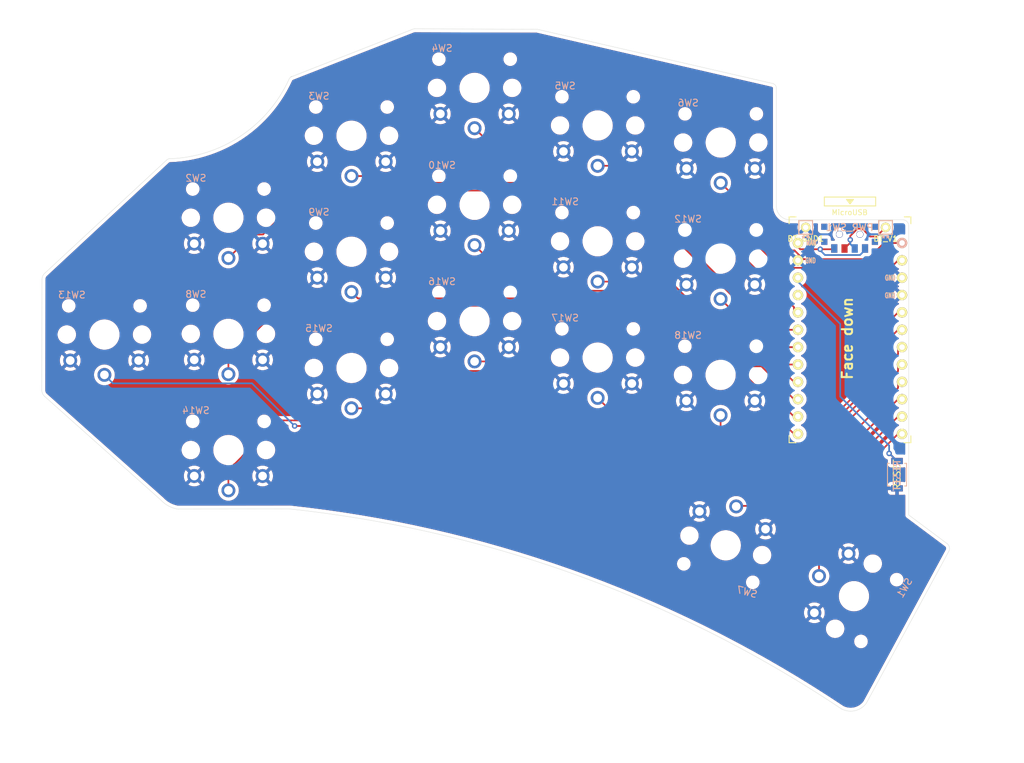
<source format=kicad_pcb>
(kicad_pcb (version 20211014) (generator pcbnew)
  (layers (0 "F.Cu" signal) (31 "B.Cu" signal) (34 "B.Paste" user) (35 "F.Paste" user) (36 "B.SilkS" user "B.Silkscreen") (37 "F.SilkS" user "F.Silkscreen") (38 "B.Mask" user) (39 "F.Mask" user) (44 "Edge.Cuts" user))
  (net 0 "")
  (net 1 "Net-(BT_V1-Pad1)")
  (net 2 "Net-(RSW1-Pad1)")
  (net 3 "GND")
  (net 4 "switch1")
  (net 5 "switch6")
  (net 6 "switch11")
  (net 7 "switch16")
  (net 8 "switch2")
  (net 9 "switch7")
  (net 10 "switch12")
  (net 11 "switch17")
  (net 12 "switch3")
  (net 13 "switch8")
  (net 14 "switch13")
  (net 15 "switch18")
  (net 16 "switch4")
  (net 17 "switch9")
  (net 18 "switch14")
  (net 19 "switch5")
  (net 20 "switch10")
  (net 21 "switch15")
  (net 22 "VCC")
  (net 23 "Net-(PWR_SW1-Pad3)")
  (footprint "kbd:ProMicro_v3_min" (layer "F.Cu") (at 138.701158 67.194)
    (fp_text reference "U1" hide)
    (fp_text value "ProMicro" hide)
    (fp_text user "RAW" (at -5.64 -14.52 unlocked) (layer "B.SilkS") (effects (font (size 0.75 0.5) (thickness 0.125)) (justify mirror)))
    (fp_text user "GND" (at -5.77 -11.88) (layer "B.SilkS") (effects (font (size 0.75 0.5) (thickness 0.125)) (justify mirror)))
    (fp_text user "" (at -1.2065 -16.256) (layer "B.SilkS") (effects (justify mirror)))
    (fp_text user "GND" (at 5.88 -9.35) (layer "B.SilkS") (effects (font (size 0.75 0.5) (thickness 0.125)) (justify mirror)))
    (fp_text user "GND" (at 5.86 -6.77) (layer "B.SilkS") (effects (font (size 0.75 0.5) (thickness 0.125)) (justify mirror)))
    (fp_text user "GND" (at -5.77 -11.91) (layer "F.SilkS") (effects (font (size 0.75 0.5) (thickness 0.125))))
    (fp_text user "GND" (at 5.86 -6.8) (layer "F.SilkS") (effects (font (size 0.75 0.5) (thickness 0.125))))
    (fp_text user "" (at -0.5 -17.25) (layer "F.SilkS"))
    (fp_text user "GND" (at 5.88 -9.38) (layer "F.SilkS") (effects (font (size 0.75 0.5) (thickness 0.125))))
    (fp_text user "MicroUSB" (at -0.05 -18.95) (layer "F.SilkS") (effects (font (size 0.75 0.75) (thickness 0.12))))
    (fp_text user "RAW" (at -5.646009 -14.477575) (layer "F.SilkS") (effects (font (size 0.75 0.5) (thickness 0.125))))
    (fp_line (start 8.9 14.75) (end 7.89 14.75) (layer "F.SilkS") (width 0.15))
    (fp_line (start 0.5 -20.85) (end 0 -20.2) (layer "F.SilkS") (width 0.15))
    (fp_line (start -8.9 14.75) (end -7.9 14.75) (layer "F.SilkS") (width 0.15))
    (fp_line (start -8.9 -18.3) (end -7.9 -18.3) (layer "F.SilkS") (width 0.15))
    (fp_line (start 3.75 -21.2) (end -3.75 -21.2) (layer "F.SilkS") (width 0.15))
    (fp_line (start -0.15 -20.4) (end 0.15 -20.4) (layer "F.SilkS") (width 0.15))
    (fp_line (start -0.5 -20.85) (end 0.5 -20.85) (layer "F.SilkS") (width 0.15))
    (fp_line (start 8.9 -18.3) (end 8.9 -17.3) (layer "F.SilkS") (width 0.15))
    (fp_line (start 3.75 -19.9) (end 3.75 -21.2) (layer "F.SilkS") (width 0.15))
    (fp_line (start 0 -20.2) (end -0.5 -20.85) (layer "F.SilkS") (width 0.15))
    (fp_line (start -8.9 13.7) (end -8.9 14.75) (layer "F.SilkS") (width 0.15))
    (fp_line (start -3.75 -19.9) (end 3.75 -19.9) (layer "F.SilkS") (width 0.15))
    (fp_line (start -0.25 -20.55) (end 0.25 -20.55) (layer "F.SilkS") (width 0.15))
    (fp_line (start 8.9 13.75) (end 8.9 14.75) (layer "F.SilkS") (width 0.15))
    (fp_line (start 8.9 -18.3) (end 7.95 -18.3) (layer "F.SilkS") (width 0.15))
    (fp_line (start -8.9 -18.3) (end -8.9 -17.3) (layer "F.SilkS") (width 0.15))
    (fp_line (start -0.35 -20.7) (end 0.35 -20.7) (layer "F.SilkS") (width 0.15))
    (fp_line (start -3.75 -21.2) (end -3.75 -19.9) (layer "F.SilkS") (width 0.15))
    (pad "1" thru_hole circle locked (at 7.6114 -14.478) (size 1.524 1.524) (drill 0.8128) (layers *.Cu *.SilkS *.Mask) (net 5 "switch6"))
    (pad "2" thru_hole circle locked (at 7.6114 -11.938) (size 1.524 1.524) (drill 0.8128) (layers *.Cu "F.SilkS" "B.Mask") (net 19 "switch5"))
    (pad "3" thru_hole circle locked (at 7.6114 -9.398) (size 1.524 1.524) (drill 0.8128) (layers *.Cu "F.SilkS" "B.Mask") (net 3 "GND"))
    (pad "4" thru_hole circle locked (at 7.6114 -6.858) (size 1.524 1.524) (drill 0.8128) (layers *.Cu "F.SilkS" "B.Mask") (net 3 "GND"))
    (pad "5" thru_hole circle locked (at 7.6114 -4.318) (size 1.524 1.524) (drill 0.8128) (layers *.Cu "F.SilkS" "B.Mask") (net 15 "switch18"))
    (pad "6" thru_hole circle locked (at 7.6114 -1.778) (size 1.524 1.524) (drill 0.8128) (layers *.Cu "F.SilkS" "B.Mask") (net 11 "switch17"))
    (pad "7" thru_hole circle locked (at 7.6114 0.762) (size 1.524 1.524) (drill 0.8128) (layers *.Cu "F.SilkS" "B.Mask") (net 7 "switch16"))
    (pad "8" thru_hole circle locked (at 7.6114 3.302) (size 1.524 1.524) (drill 0.8128) (layers *.Cu "F.SilkS" "B.Mask") (net 21 "switch15"))
    (pad "9" thru_hole circle locked (at 7.6114 5.842) (size 1.524 1.524) (drill 0.8128) (layers *.Cu "F.SilkS" "B.Mask") (net 18 "switch14"))
    (pad "10" thru_hole circle locked (at 7.6114 8.382) (size 1.524 1.524) (drill 0.8128) (layers *.Cu "F.SilkS" "B.Mask") (net 14 "switch13"))
    (pad "11" thru_hole circle locked (at 7.6114 10.922) (size 1.524 1.524) (drill 0.8128) (layers *.Cu "F.SilkS" "B.Mask") (net 9 "switch7"))
    (pad "12" thru_hole circle locked (at 7.6114 13.462) (size 1.524 1.524) (drill 0.8128) (layers *.Cu "F.SilkS" "B.Mask") (net 4 "switch1"))
    (pad "13" thru_hole circle locked (at -7.6086 13.462) (size 1.524 1.524) (drill 0.8128) (layers *.Cu "F.SilkS" "B.Mask") (net 13 "switch8"))
    (pad "14" thru_hole circle locked (at -7.6086 10.922) (size 1.524 1.524) (drill 0.8128) (layers *.Cu "F.SilkS" "B.Mask") (net 17 "switch9"))
    (pad "15" thru_hole circle locked (at -7.6086 8.382) (size 1.524 1.524) (drill 0.8128) (layers *.Cu "F.SilkS" "B.Mask") (net 20 "switch10"))
    (pad "16" thru_hole circle locked (at -7.6086 5.842) (size 1.524 1.524) (drill 0.8128) (layers *.Cu "F.SilkS" "B.Mask") (net 6 "switch11"))
    (pad "17" thru_hole circle locked (at -7.6086 3.302) (size 1.524 1.524) (drill 0.8128) (layers *.Cu "F.SilkS" "B.Mask") (net 10 "switch12"))
    (pad "18" thru_hole circle locked (at -7.6086 0.762) (size 1.524 1.524) (drill 0.8128) (layers *.Cu "F.SilkS" "B.Mask") (net 8 "switch2"))
    (pad "19" thru_hole circle locked (at -7.6086 -1.778) (size 1.524 1.524) (drill 0.8128) (layers *.Cu "F.SilkS" "B.Mask") (net 12 "switch3"))
    (pad "20" thru_hole circle locked (at -7.6086 -4.318) (size 1.524 1.524) (drill 0.8128) (layers *.Cu "F.SilkS" "B.Mask") (net 16 "switch4"))
    (pad "21" thru_hole circle locked (at -7.6086 -6.858) (size 1.524 1.524) (drill 0.8128) (layers *.Cu "F.SilkS" "B.Mask") (net 22 "VCC"))
    (pad "22" thru_hole circle locked (at -7.6086 -9.398) (size 1.524 1.524) (drill 0.8128) (layers *.Cu "F.SilkS" "B.Mask") (net 2 "Net-(RSW1-Pad1)"))
    (pad "23" thru_hole circle locked (at -7.6086 -11.938) (size 1.524 1.524) (drill 0.8128) (layers *.Cu "F.SilkS" "B.Mask") (net 3 "GND"))
    (pad "24" thru_hole circle locked (at -7.6086 -14.478) (size 1.524 1.524) (drill 0.8128) (layers *.Cu "F.SilkS" "B.Mask") (net 23 "Net-(PWR_SW1-Pad3)"))
  )
  (footprint "Exkeylibur:choc_switch_reversible" (layer "F.Cu") (at 83.795535 64.151212)
    (fp_text reference "SW16" hide)
    (fp_text value "SW_Push" hide)
    (fp_text user "${REFERENCE}" (at -4.76 -5.8) (layer "B.SilkS") (effects (justify mirror)))
    (pad "" np_thru_hole circle (at 0 0) (size 3.429 3.429) (drill 3.429) (layers *.Cu *.Mask))
    (pad "" np_thru_hole circle (at 5.22 -4.2) (size 0.9906 0.9906) (drill 0.9906) (layers *.Cu *.Mask))
    (pad "" np_thru_hole circle (at 5.5 0) (size 1.7018 1.7018) (drill 1.7018) (layers *.Cu *.Mask))
    (pad "" np_thru_hole circle (at -5.22 -4.2) (size 0.9906 0.9906) (drill 0.9906) (layers *.Cu *.Mask))
    (pad "" np_thru_hole circle (at -5.5 0) (size 1.7018 1.7018) (drill 1.7018) (layers *.Cu *.Mask))
    (pad "1" thru_hole circle (at 0 5.9) (size 2.032 2.032) (drill 1.27) (layers *.Cu *.Mask) (net 7 "switch16"))
    (pad "2" thru_hole circle (at 5 3.8) (size 2.032 2.032) (drill 1.27) (layers *.Cu *.Mask) (net 3 "GND"))
    (pad "2" thru_hole circle (at -5 3.8) (size 2.032 2.032) (drill 1.27) (layers *.Cu *.Mask) (net 3 "GND"))
  )
  (footprint "Exkeylibur:choc_switch_reversible" (layer "F.Cu") (at 120.530425 96.966425 165)
    (fp_text reference "SW7" hide)
    (fp_text value "SW_Push" hide)
    (fp_text user "${REFERENCE}" (at -4.76 -5.8 165) (layer "B.SilkS") (effects (justify mirror)))
    (pad "" np_thru_hole circle (at -5.22 -4.2 165) (size 0.9906 0.9906) (drill 0.9906) (layers *.Cu *.Mask))
    (pad "" np_thru_hole circle (at 0 0 165) (size 3.429 3.429) (drill 3.429) (layers *.Cu *.Mask))
    (pad "" np_thru_hole circle (at -5.5 0 165) (size 1.7018 1.7018) (drill 1.7018) (layers *.Cu *.Mask))
    (pad "" np_thru_hole circle (at 5.5 0 165) (size 1.7018 1.7018) (drill 1.7018) (layers *.Cu *.Mask))
    (pad "" np_thru_hole circle (at 5.22 -4.2 165) (size 0.9906 0.9906) (drill 0.9906) (layers *.Cu *.Mask))
    (pad "1" thru_hole circle (at 0 5.9 165) (size 2.032 2.032) (drill 1.27) (layers *.Cu *.Mask) (net 9 "switch7"))
    (pad "2" thru_hole circle (at -5 3.8 165) (size 2.032 2.032) (drill 1.27) (layers *.Cu *.Mask) (net 3 "GND"))
    (pad "2" thru_hole circle (at 5 3.8 165) (size 2.032 2.032) (drill 1.27) (layers *.Cu *.Mask) (net 3 "GND"))
  )
  (footprint "Exkeylibur:choc_switch_reversible" (layer "F.Cu") (at 65.795535 71.009212)
    (fp_text reference "SW15" hide)
    (fp_text value "SW_Push" hide)
    (fp_text user "${REFERENCE}" (at -4.76 -5.8) (layer "B.SilkS") (effects (justify mirror)))
    (pad "" np_thru_hole circle (at 5.22 -4.2) (size 0.9906 0.9906) (drill 0.9906) (layers *.Cu *.Mask))
    (pad "" np_thru_hole circle (at -5.22 -4.2) (size 0.9906 0.9906) (drill 0.9906) (layers *.Cu *.Mask))
    (pad "" np_thru_hole circle (at 0 0) (size 3.429 3.429) (drill 3.429) (layers *.Cu *.Mask))
    (pad "" np_thru_hole circle (at -5.5 0) (size 1.7018 1.7018) (drill 1.7018) (layers *.Cu *.Mask))
    (pad "" np_thru_hole circle (at 5.5 0) (size 1.7018 1.7018) (drill 1.7018) (layers *.Cu *.Mask))
    (pad "1" thru_hole circle (at 0 5.9) (size 2.032 2.032) (drill 1.27) (layers *.Cu *.Mask) (net 21 "switch15"))
    (pad "2" thru_hole circle (at 5 3.8) (size 2.032 2.032) (drill 1.27) (layers *.Cu *.Mask) (net 3 "GND"))
    (pad "2" thru_hole circle (at -5 3.8) (size 2.032 2.032) (drill 1.27) (layers *.Cu *.Mask) (net 3 "GND"))
  )
  (footprint "Exkeylibur:choc_switch_reversible" (layer "F.Cu") (at 29.660425 66.116425)
    (fp_text reference "SW13" hide)
    (fp_text value "SW_Push" hide)
    (fp_text user "${REFERENCE}" (at -4.76 -5.8) (layer "B.SilkS") (effects (justify mirror)))
    (pad "" np_thru_hole circle (at -5.22 -4.2) (size 0.9906 0.9906) (drill 0.9906) (layers *.Cu *.Mask))
    (pad "" np_thru_hole circle (at 5.5 0) (size 1.7018 1.7018) (drill 1.7018) (layers *.Cu *.Mask))
    (pad "" np_thru_hole circle (at 5.22 -4.2) (size 0.9906 0.9906) (drill 0.9906) (layers *.Cu *.Mask))
    (pad "" np_thru_hole circle (at -5.5 0) (size 1.7018 1.7018) (drill 1.7018) (layers *.Cu *.Mask))
    (pad "" np_thru_hole circle (at 0 0) (size 3.429 3.429) (drill 3.429) (layers *.Cu *.Mask))
    (pad "1" thru_hole circle (at 0 5.9) (size 2.032 2.032) (drill 1.27) (layers *.Cu *.Mask) (net 14 "switch13"))
    (pad "2" thru_hole circle (at -5 3.8) (size 2.032 2.032) (drill 1.27) (layers *.Cu *.Mask) (net 3 "GND"))
    (pad "2" thru_hole circle (at 5 3.8) (size 2.032 2.032) (drill 1.27) (layers *.Cu *.Mask) (net 3 "GND"))
  )
  (footprint "Exkeylibur:choc_switch_reversible" (layer "F.Cu") (at 101.795535 69.485212)
    (fp_text reference "SW17" hide)
    (fp_text value "SW_Push" hide)
    (fp_text user "${REFERENCE}" (at -4.76 -5.8) (layer "B.SilkS") (effects (justify mirror)))
    (pad "" np_thru_hole circle (at -5.5 0) (size 1.7018 1.7018) (drill 1.7018) (layers *.Cu *.Mask))
    (pad "" np_thru_hole circle (at -5.22 -4.2) (size 0.9906 0.9906) (drill 0.9906) (layers *.Cu *.Mask))
    (pad "" np_thru_hole circle (at 0 0) (size 3.429 3.429) (drill 3.429) (layers *.Cu *.Mask))
    (pad "" np_thru_hole circle (at 5.5 0) (size 1.7018 1.7018) (drill 1.7018) (layers *.Cu *.Mask))
    (pad "" np_thru_hole circle (at 5.22 -4.2) (size 0.9906 0.9906) (drill 0.9906) (layers *.Cu *.Mask))
    (pad "1" thru_hole circle (at 0 5.9) (size 2.032 2.032) (drill 1.27) (layers *.Cu *.Mask) (net 11 "switch17"))
    (pad "2" thru_hole circle (at -5 3.8) (size 2.032 2.032) (drill 1.27) (layers *.Cu *.Mask) (net 3 "GND"))
    (pad "2" thru_hole circle (at 5 3.8) (size 2.032 2.032) (drill 1.27) (layers *.Cu *.Mask) (net 3 "GND"))
  )
  (footprint "Exkeylibur:choc_switch_reversible" (layer "F.Cu") (at 119.775535 72.025212)
    (fp_text reference "SW18" hide)
    (fp_text value "SW_Push" hide)
    (fp_text user "${REFERENCE}" (at -4.76 -5.8) (layer "B.SilkS") (effects (justify mirror)))
    (pad "" np_thru_hole circle (at 0 0) (size 3.429 3.429) (drill 3.429) (layers *.Cu *.Mask))
    (pad "" np_thru_hole circle (at 5.22 -4.2) (size 0.9906 0.9906) (drill 0.9906) (layers *.Cu *.Mask))
    (pad "" np_thru_hole circle (at -5.5 0) (size 1.7018 1.7018) (drill 1.7018) (layers *.Cu *.Mask))
    (pad "" np_thru_hole circle (at 5.5 0) (size 1.7018 1.7018) (drill 1.7018) (layers *.Cu *.Mask))
    (pad "" np_thru_hole circle (at -5.22 -4.2) (size 0.9906 0.9906) (drill 0.9906) (layers *.Cu *.Mask))
    (pad "1" thru_hole circle (at 0 5.9) (size 2.032 2.032) (drill 1.27) (layers *.Cu *.Mask) (net 15 "switch18"))
    (pad "2" thru_hole circle (at -5 3.8) (size 2.032 2.032) (drill 1.27) (layers *.Cu *.Mask) (net 3 "GND"))
    (pad "2" thru_hole circle (at 5 3.8) (size 2.032 2.032) (drill 1.27) (layers *.Cu *.Mask) (net 3 "GND"))
  )
  (footprint "Exkeylibur:choc_switch_reversible" (layer "F.Cu") (at 83.795535 30.017212)
    (fp_text reference "SW4" hide)
    (fp_text value "SW_Push" hide)
    (fp_text user "${REFERENCE}" (at -4.76 -5.8) (layer "B.SilkS") (effects (justify mirror)))
    (pad "" np_thru_hole circle (at 0 0) (size 3.429 3.429) (drill 3.429) (layers *.Cu *.Mask))
    (pad "" np_thru_hole circle (at -5.22 -4.2) (size 0.9906 0.9906) (drill 0.9906) (layers *.Cu *.Mask))
    (pad "" np_thru_hole circle (at 5.5 0) (size 1.7018 1.7018) (drill 1.7018) (layers *.Cu *.Mask))
    (pad "" np_thru_hole circle (at -5.5 0) (size 1.7018 1.7018) (drill 1.7018) (layers *.Cu *.Mask))
    (pad "" np_thru_hole circle (at 5.22 -4.2) (size 0.9906 0.9906) (drill 0.9906) (layers *.Cu *.Mask))
    (pad "1" thru_hole circle (at 0 5.9) (size 2.032 2.032) (drill 1.27) (layers *.Cu *.Mask) (net 16 "switch4"))
    (pad "2" thru_hole circle (at 5 3.8) (size 2.032 2.032) (drill 1.27) (layers *.Cu *.Mask) (net 3 "GND"))
    (pad "2" thru_hole circle (at -5 3.8) (size 2.032 2.032) (drill 1.27) (layers *.Cu *.Mask) (net 3 "GND"))
  )
  (footprint "Exkeylibur:choc_switch_reversible" (layer "F.Cu") (at 65.795535 37.017212)
    (fp_text reference "SW3" hide)
    (fp_text value "SW_Push" hide)
    (fp_text user "${REFERENCE}" (at -4.76 -5.8) (layer "B.SilkS") (effects (justify mirror)))
    (pad "" np_thru_hole circle (at -5.22 -4.2) (size 0.9906 0.9906) (drill 0.9906) (layers *.Cu *.Mask))
    (pad "" np_thru_hole circle (at 5.22 -4.2) (size 0.9906 0.9906) (drill 0.9906) (layers *.Cu *.Mask))
    (pad "" np_thru_hole circle (at 5.5 0) (size 1.7018 1.7018) (drill 1.7018) (layers *.Cu *.Mask))
    (pad "" np_thru_hole circle (at 0 0) (size 3.429 3.429) (drill 3.429) (layers *.Cu *.Mask))
    (pad "" np_thru_hole circle (at -5.5 0) (size 1.7018 1.7018) (drill 1.7018) (layers *.Cu *.Mask))
    (pad "1" thru_hole circle (at 0 5.9) (size 2.032 2.032) (drill 1.27) (layers *.Cu *.Mask) (net 12 "switch3"))
    (pad "2" thru_hole circle (at 5 3.8) (size 2.032 2.032) (drill 1.27) (layers *.Cu *.Mask) (net 3 "GND"))
    (pad "2" thru_hole circle (at -5 3.8) (size 2.032 2.032) (drill 1.27) (layers *.Cu *.Mask) (net 3 "GND"))
  )
  (footprint "Exkeylibur:choc_switch_reversible" (layer "F.Cu") (at 65.795535 53.991212)
    (fp_text reference "SW9" hide)
    (fp_text value "SW_Push" hide)
    (fp_text user "${REFERENCE}" (at -4.76 -5.8) (layer "B.SilkS") (effects (justify mirror)))
    (pad "" np_thru_hole circle (at 0 0) (size 3.429 3.429) (drill 3.429) (layers *.Cu *.Mask))
    (pad "" np_thru_hole circle (at 5.22 -4.2) (size 0.9906 0.9906) (drill 0.9906) (layers *.Cu *.Mask))
    (pad "" np_thru_hole circle (at 5.5 0) (size 1.7018 1.7018) (drill 1.7018) (layers *.Cu *.Mask))
    (pad "" np_thru_hole circle (at -5.5 0) (size 1.7018 1.7018) (drill 1.7018) (layers *.Cu *.Mask))
    (pad "" np_thru_hole circle (at -5.22 -4.2) (size 0.9906 0.9906) (drill 0.9906) (layers *.Cu *.Mask))
    (pad "1" thru_hole circle (at 0 5.9) (size 2.032 2.032) (drill 1.27) (layers *.Cu *.Mask) (net 17 "switch9"))
    (pad "2" thru_hole circle (at -5 3.8) (size 2.032 2.032) (drill 1.27) (layers *.Cu *.Mask) (net 3 "GND"))
    (pad "2" thru_hole circle (at 5 3.8) (size 2.032 2.032) (drill 1.27) (layers *.Cu *.Mask) (net 3 "GND"))
  )
  (footprint "Exkeylibur:choc_switch_reversible" (layer "F.Cu") (at 47.795535 83.017212)
    (fp_text reference "SW14" hide)
    (fp_text value "SW_Push" hide)
    (fp_text user "${REFERENCE}" (at -4.76 -5.8) (layer "B.SilkS") (effects (justify mirror)))
    (pad "" np_thru_hole circle (at 0 0) (size 3.429 3.429) (drill 3.429) (layers *.Cu *.Mask))
    (pad "" np_thru_hole circle (at 5.5 0) (size 1.7018 1.7018) (drill 1.7018) (layers *.Cu *.Mask))
    (pad "" np_thru_hole circle (at -5.5 0) (size 1.7018 1.7018) (drill 1.7018) (layers *.Cu *.Mask))
    (pad "" np_thru_hole circle (at -5.22 -4.2) (size 0.9906 0.9906) (drill 0.9906) (layers *.Cu *.Mask))
    (pad "" np_thru_hole circle (at 5.22 -4.2) (size 0.9906 0.9906) (drill 0.9906) (layers *.Cu *.Mask))
    (pad "1" thru_hole circle (at 0 5.9) (size 2.032 2.032) (drill 1.27) (layers *.Cu *.Mask) (net 18 "switch14"))
    (pad "2" thru_hole circle (at 5 3.8) (size 2.032 2.032) (drill 1.27) (layers *.Cu *.Mask) (net 3 "GND"))
    (pad "2" thru_hole circle (at -5 3.8) (size 2.032 2.032) (drill 1.27) (layers *.Cu *.Mask) (net 3 "GND"))
  )
  (footprint "Exkeylibur:choc_switch_reversible" (layer "F.Cu") (at 119.775535 55.007212)
    (fp_text reference "SW12" hide)
    (fp_text value "SW_Push" hide)
    (fp_text user "${REFERENCE}" (at -4.76 -5.8) (layer "B.SilkS") (effects (justify mirror)))
    (pad "" np_thru_hole circle (at 0 0) (size 3.429 3.429) (drill 3.429) (layers *.Cu *.Mask))
    (pad "" np_thru_hole circle (at 5.5 0) (size 1.7018 1.7018) (drill 1.7018) (layers *.Cu *.Mask))
    (pad "" np_thru_hole circle (at -5.5 0) (size 1.7018 1.7018) (drill 1.7018) (layers *.Cu *.Mask))
    (pad "" np_thru_hole circle (at 5.22 -4.2) (size 0.9906 0.9906) (drill 0.9906) (layers *.Cu *.Mask))
    (pad "" np_thru_hole circle (at -5.22 -4.2) (size 0.9906 0.9906) (drill 0.9906) (layers *.Cu *.Mask))
    (pad "1" thru_hole circle (at 0 5.9) (size 2.032 2.032) (drill 1.27) (layers *.Cu *.Mask) (net 10 "switch12"))
    (pad "2" thru_hole circle (at 5 3.8) (size 2.032 2.032) (drill 1.27) (layers *.Cu *.Mask) (net 3 "GND"))
    (pad "2" thru_hole circle (at -5 3.8) (size 2.032 2.032) (drill 1.27) (layers *.Cu *.Mask) (net 3 "GND"))
  )
  (footprint "Exkeylibur:choc_switch_reversible" (layer "F.Cu") (at 101.795535 52.467212)
    (fp_text reference "SW11" hide)
    (fp_text value "SW_Push" hide)
    (fp_text user "${REFERENCE}" (at -4.76 -5.8) (layer "B.SilkS") (effects (justify mirror)))
    (pad "" np_thru_hole circle (at -5.5 0) (size 1.7018 1.7018) (drill 1.7018) (layers *.Cu *.Mask))
    (pad "" np_thru_hole circle (at 0 0) (size 3.429 3.429) (drill 3.429) (layers *.Cu *.Mask))
    (pad "" np_thru_hole circle (at 5.22 -4.2) (size 0.9906 0.9906) (drill 0.9906) (layers *.Cu *.Mask))
    (pad "" np_thru_hole circle (at -5.22 -4.2) (size 0.9906 0.9906) (drill 0.9906) (layers *.Cu *.Mask))
    (pad "" np_thru_hole circle (at 5.5 0) (size 1.7018 1.7018) (drill 1.7018) (layers *.Cu *.Mask))
    (pad "1" thru_hole circle (at 0 5.9) (size 2.032 2.032) (drill 1.27) (layers *.Cu *.Mask) (net 6 "switch11"))
    (pad "2" thru_hole circle (at -5 3.8) (size 2.032 2.032) (drill 1.27) (layers *.Cu *.Mask) (net 3 "GND"))
    (pad "2" thru_hole circle (at 5 3.8) (size 2.032 2.032) (drill 1.27) (layers *.Cu *.Mask) (net 3 "GND"))
  )
  (footprint "Exkeylibur:choc_switch_reversible" (layer "F.Cu") (at 47.795535 66.017212)
    (fp_text reference "SW8" hide)
    (fp_text value "SW_Push" hide)
    (fp_text user "${REFERENCE}" (at -4.76 -5.8) (layer "B.SilkS") (effects (justify mirror)))
    (pad "" np_thru_hole circle (at -5.5 0) (size 1.7018 1.7018) (drill 1.7018) (layers *.Cu *.Mask))
    (pad "" np_thru_hole circle (at -5.22 -4.2) (size 0.9906 0.9906) (drill 0.9906) (layers *.Cu *.Mask))
    (pad "" np_thru_hole circle (at 5.5 0) (size 1.7018 1.7018) (drill 1.7018) (layers *.Cu *.Mask))
    (pad "" np_thru_hole circle (at 0 0) (size 3.429 3.429) (drill 3.429) (layers *.Cu *.Mask))
    (pad "" np_thru_hole circle (at 5.22 -4.2) (size 0.9906 0.9906) (drill 0.9906) (layers *.Cu *.Mask))
    (pad "1" thru_hole circle (at 0 5.9) (size 2.032 2.032) (drill 1.27) (layers *.Cu *.Mask) (net 13 "switch8"))
    (pad "2" thru_hole circle (at -5 3.8) (size 2.032 2.032) (drill 1.27) (layers *.Cu *.Mask) (net 3 "GND"))
    (pad "2" thru_hole circle (at 5 3.8) (size 2.032 2.032) (drill 1.27) (layers *.Cu *.Mask) (net 3 "GND"))
  )
  (footprint "Exkeylibur:choc_switch_reversible" (layer "F.Cu") (at 119.795535 38.017212)
    (fp_text reference "SW6" hide)
    (fp_text value "SW_Push" hide)
    (fp_text user "${REFERENCE}" (at -4.76 -5.8) (layer "B.SilkS") (effects (justify mirror)))
    (pad "" np_thru_hole circle (at 5.22 -4.2) (size 0.9906 0.9906) (drill 0.9906) (layers *.Cu *.Mask))
    (pad "" np_thru_hole circle (at -5.22 -4.2) (size 0.9906 0.9906) (drill 0.9906) (layers *.Cu *.Mask))
    (pad "" np_thru_hole circle (at 0 0) (size 3.429 3.429) (drill 3.429) (layers *.Cu *.Mask))
    (pad "" np_thru_hole circle (at 5.5 0) (size 1.7018 1.7018) (drill 1.7018) (layers *.Cu *.Mask))
    (pad "" np_thru_hole circle (at -5.5 0) (size 1.7018 1.7018) (drill 1.7018) (layers *.Cu *.Mask))
    (pad "1" thru_hole circle (at 0 5.9) (size 2.032 2.032) (drill 1.27) (layers *.Cu *.Mask) (net 5 "switch6"))
    (pad "2" thru_hole circle (at 5 3.8) (size 2.032 2.032) (drill 1.27) (layers *.Cu *.Mask) (net 3 "GND"))
    (pad "2" thru_hole circle (at -5 3.8) (size 2.032 2.032) (drill 1.27) (layers *.Cu *.Mask) (net 3 "GND"))
  )
  (footprint "Exkeylibur:choc_switch_reversible" (layer "F.Cu") (at 101.795535 35.517212)
    (fp_text reference "SW5" hide)
    (fp_text value "SW_Push" hide)
    (fp_text user "${REFERENCE}" (at -4.76 -5.8) (layer "B.SilkS") (effects (justify mirror)))
    (pad "" np_thru_hole circle (at -5.5 0) (size 1.7018 1.7018) (drill 1.7018) (layers *.Cu *.Mask))
    (pad "" np_thru_hole circle (at 5.22 -4.2) (size 0.9906 0.9906) (drill 0.9906) (layers *.Cu *.Mask))
    (pad "" np_thru_hole circle (at -5.22 -4.2) (size 0.9906 0.9906) (drill 0.9906) (layers *.Cu *.Mask))
    (pad "" np_thru_hole circle (at 5.5 0) (size 1.7018 1.7018) (drill 1.7018) (layers *.Cu *.Mask))
    (pad "" np_thru_hole circle (at 0 0) (size 3.429 3.429) (drill 3.429) (layers *.Cu *.Mask))
    (pad "1" thru_hole circle (at 0 5.9) (size 2.032 2.032) (drill 1.27) (layers *.Cu *.Mask) (net 19 "switch5"))
    (pad "2" thru_hole circle (at -5 3.8) (size 2.032 2.032) (drill 1.27) (layers *.Cu *.Mask) (net 3 "GND"))
    (pad "2" thru_hole circle (at 5 3.8) (size 2.032 2.032) (drill 1.27) (layers *.Cu *.Mask) (net 3 "GND"))
  )
  (footprint "Exkeylibur:choc_switch_reversible" (layer "F.Cu") (at 47.795535 49.017212)
    (fp_text reference "SW2" hide)
    (fp_text value "SW_Push" hide)
    (fp_text user "${REFERENCE}" (at -4.76 -5.8) (layer "B.SilkS") (effects (justify mirror)))
    (pad "" np_thru_hole circle (at 5.5 0) (size 1.7018 1.7018) (drill 1.7018) (layers *.Cu *.Mask))
    (pad "" np_thru_hole circle (at -5.22 -4.2) (size 0.9906 0.9906) (drill 0.9906) (layers *.Cu *.Mask))
    (pad "" np_thru_hole circle (at -5.5 0) (size 1.7018 1.7018) (drill 1.7018) (layers *.Cu *.Mask))
    (pad "" np_thru_hole circle (at 0 0) (size 3.429 3.429) (drill 3.429) (layers *.Cu *.Mask))
    (pad "" np_thru_hole circle (at 5.22 -4.2) (size 0.9906 0.9906) (drill 0.9906) (layers *.Cu *.Mask))
    (pad "1" thru_hole circle (at 0 5.9) (size 2.032 2.032) (drill 1.27) (layers *.Cu *.Mask) (net 8 "switch2"))
    (pad "2" thru_hole circle (at -5 3.8) (size 2.032 2.032) (drill 1.27) (layers *.Cu *.Mask) (net 3 "GND"))
    (pad "2" thru_hole circle (at 5 3.8) (size 2.032 2.032) (drill 1.27) (layers *.Cu *.Mask) (net 3 "GND"))
  )
  (footprint "Exkeylibur:reset_switch" (layer "F.Cu") (at 145.57885 86.619158 -90)
    (fp_text reference "RSW1" hide)
    (fp_text value "SW_Push")
    (fp_text user "RESET" (at 0.127 0 90) (layer "B.SilkS") (effects (justify mirror)))
    (fp_line (start -1.65 -1.4) (end 1.65 -1.4) (layer "F.SilkS") (width 0.12))
    (fp_line (start -1.65 1.1) (end -1.65 1.4) (layer "F.SilkS") (width 0.12))
    (fp_line (start 1.65 -1.4) (end 1.65 -1.1) (layer "F.SilkS") (width 0.12))
    (fp_line (start 1.65 1.4) (end 1.65 1.1) (layer "F.SilkS") (width 0.12))
    (fp_line (start -1.65 1.4) (end 1.65 1.4) (layer "F.SilkS") (width 0.12))
    (fp_line (start -1.65 -1.1) (end -1.65 -1.4) (layer "F.SilkS") (width 0.12))
    (pad "1" smd rect (at -2 0 270) (size 0.9 1.7) (layers "F.Cu" "F.Paste" "F.Mask") (net 2 "Net-(RSW1-Pad1)"))
    (pad "2" smd rect (at 2 0 270) (size 0.9 1.7) (layers "F.Cu" "F.Paste" "F.Mask") (net 3 "GND"))
  )
  (footprint "Exkeylibur:choc_switch_reversible" (layer "F.Cu") (at 83.795535 47.133212)
    (fp_text reference "SW10" hide)
    (fp_text value "SW_Push" hide)
    (fp_text user "${REFERENCE}" (at -4.76 -5.8) (layer "B.SilkS") (effects (justify mirror)))
    (pad "" np_thru_hole circle (at 5.22 -4.2) (size 0.9906 0.9906) (drill 0.9906) (layers *.Cu *.Mask))
    (pad "" np_thru_hole circle (at 0 0) (size 3.429 3.429) (drill 3.429) (layers *.Cu *.Mask))
    (pad "" np_thru_hole circle (at -5.22 -4.2) (size 0.9906 0.9906) (drill 0.9906) (layers *.Cu *.Mask))
    (pad "" np_thru_hole circle (at -5.5 0) (size 1.7018 1.7018) (drill 1.7018) (layers *.Cu *.Mask))
    (pad "" np_thru_hole circle (at 5.5 0) (size 1.7018 1.7018) (drill 1.7018) (layers *.Cu *.Mask))
    (pad "1" thru_hole circle (at 0 5.9) (size 2.032 2.032) (drill 1.27) (layers *.Cu *.Mask) (net 20 "switch10"))
    (pad "2" thru_hole circle (at 5 3.8) (size 2.032 2.032) (drill 1.27) (layers *.Cu *.Mask) (net 3 "GND"))
    (pad "2" thru_hole circle (at -5 3.8) (size 2.032 2.032) (drill 1.27) (layers *.Cu *.Mask) (net 3 "GND"))
  )
  (footprint "Exkeylibur:Bat_MountingHole" (layer "F.Cu") (at 143.905535 50.435212)
    (fp_text reference "BT_V1" (at 0 1.651) (layer "F.SilkS") (effects (font (size 0.8128 0.8128))))
    (fp_text value "MountingHole_Pad" hide)
    (fp_text user "**" (at 0 1.651) (layer "B.SilkS") (effects (font (size 0.8128 0.8128)) (justify mirror)))
    (fp_line (start 1 1) (end -1 1) (layer "B.SilkS") (width 0.15))
    (fp_line (start 1 -1) (end 1 1) (layer "B.SilkS") (width 0.15))
    (fp_line (start -1 -1) (end 1 -1) (layer "B.SilkS") (width 0.15))
    (fp_line (start -1 1) (end -1 -1) (layer "B.SilkS") (width 0.15))
    (fp_line (start 1 -1) (end -1 -1) (layer "F.SilkS") (width 0.15))
    (fp_line (start -1 1) (end 1 1) (layer "F.SilkS") (width 0.15))
    (fp_line (start -1 -1) (end -1 1) (layer "F.SilkS") (width 0.15))
    (fp_line (start 1 1) (end 1 -1) (layer "F.SilkS") (width 0.15))
    (pad "1" thru_hole circle (at 0 0) (size 1.397 1.397) (drill 0.8128) (layers *.Cu *.Mask "F.SilkS") (net 1 "Net-(BT_V1-Pad1)"))
  )
  (footprint "Exkeylibur:bat_gnd_mountingHole" (layer "F.Cu") (at 132.221535 50.435212)
    (fp_text reference "BT_GND1" (at 0 1.651) (layer "F.SilkS") (effects (font (size 0.8128 0.8128))))
    (fp_text value "MountingHole_Pad" hide)
    (fp_text user "**" (at 0 1.651) (layer "B.SilkS") (effects (font (size 0.8128 0.8128)) (justify mirror)))
    (fp_line (start 1 1) (end -1 1) (layer "B.SilkS") (width 0.15))
    (fp_line (start -1 -1) (end 1 -1) (layer "B.SilkS") (width 0.15))
    (fp_line (start 1 -1) (end 1 1) (layer "B.SilkS") (width 0.15))
    (fp_line (start -1 1) (end -1 -1) (layer "B.SilkS") (width 0.15))
    (fp_line (start 1 -1) (end -1 -1) (layer "F.SilkS") (width 0.15))
    (fp_line (start -1 1) (end 1 1) (layer "F.SilkS") (width 0.15))
    (fp_line (start 1 1) (end 1 -1) (layer "F.SilkS") (width 0.15))
    (fp_line (start -1 -1) (end -1 1) (layer "F.SilkS") (width 0.15))
    (pad "1" thru_hole circle (at 0 0) (size 1.397 1.397) (drill 0.8128) (layers *.Cu *.Mask "F.SilkS") (net 3 "GND"))
  )
  (footprint "Kailh:SPDT_C128955" (layer "F.Cu") (at 138.650425 51.448925)
    (fp_text reference "PWR_SW1" (at 0 -1) (layer "F.SilkS") (effects (justify mirror)))
    (fp_text value "SW_SPDT")
    (pad "" np_thru_hole circle locked (at 1.5 0) (size 1 1) (drill 0.9) (layers *.Cu *.Mask))
    (pad "" np_thru_hole circle locked (at -1.5 0) (size 1 1) (drill 0.9) (layers *.Cu *.Mask))
    (pad "0" smd rect locked (at 3.7 1.1) (size 0.9 0.9) (layers "F.Cu" "F.Paste" "F.Mask"))
    (pad "0" smd rect locked (at -3.7 1.1) (size 0.9 0.9) (layers "F.Cu" "F.Paste" "F.Mask"))
    (pad "0" smd rect locked (at 3.7 -1.1) (size 0.9 0.9) (layers "F.Cu" "F.Paste" "F.Mask"))
    (pad "0" smd rect locked (at -3.7 -1.1) (size 0.9 0.9) (layers "F.Cu" "F.Paste" "F.Mask"))
    (pad "1" smd rect locked (at 2.25 2.075) (size 0.9 1.25) (layers "F.Cu" "F.Paste" "F.Mask"))
    (pad "2" smd rect locked (at -0.75 2.075) (size 0.9 1.25) (layers "F.Cu" "F.Paste" "F.Mask") (net 1 "Net-(BT_V1-Pad1)"))
    (pad "3" smd rect locked (at -2.25 2.075) (size 0.9 1.25) (layers "F.Cu" "F.Paste" "F.Mask") (net 23 "Net-(PWR_SW1-Pad3)"))
  )
  (footprint "Exkeylibur:choc_switch_reversible" (layer "F.Cu") (at 139.280425 104.406425 -120)
    (fp_text reference "SW1" hide)
    (fp_text value "SW_Push" hide)
    (fp_text user "${REFERENCE}" (at -4.76 -5.8 60) (layer "B.SilkS") (effects (justify mirror)))
    (pad "" np_thru_hole circle (at -5.5 0 240) (size 1.7018 1.7018) (drill 1.7018) (layers *.Cu *.Mask))
    (pad "" np_thru_hole circle (at 5.22 -4.2 240) (size 0.9906 0.9906) (drill 0.9906) (layers *.Cu *.Mask))
    (pad "" np_thru_hole circle (at 5.5 0 240) (size 1.7018 1.7018) (drill 1.7018) (layers *.Cu *.Mask))
    (pad "" np_thru_hole circle (at -5.22 -4.2 240) (size 0.9906 0.9906) (drill 0.9906) (layers *.Cu *.Mask))
    (pad "" np_thru_hole circle (at 0 0 240) (size 3.429 3.429) (drill 3.429) (layers *.Cu *.Mask))
    (pad "1" thru_hole circle (at 0 5.9 240) (size 2.032 2.032) (drill 1.27) (layers *.Cu *.Mask) (net 4 "switch1"))
    (pad "2" thru_hole circle (at -5 3.8 240) (size 2.032 2.032) (drill 1.27) (layers *.Cu *.Mask) (net 3 "GND"))
    (pad "2" thru_hole circle (at 5 3.8 240) (size 2.032 2.032) (drill 1.27) (layers *.Cu *.Mask) (net 3 "GND"))
  )
  (footprint "Kailh:SPDT_C128955" (layer "B.Cu") (at 138.647158 51.446 180)
    (fp_text reference "PWR_SW1" (at 0 1) (layer "B.SilkS") (effects (justify mirror)))
    (fp_text value "SW_SPDT")
    (pad "" np_thru_hole circle locked (at -1.5 0 180) (size 1 1) (drill 0.9) (layers *.Cu *.Mask))
    (pad "" np_thru_hole circle locked (at 1.5 0 180) (size 1 1) (drill 0.9) (layers *.Cu *.Mask))
    (pad "0" smd rect locked (at -3.7 -1.1 180) (size 0.9 0.9) (layers "B.Cu" "B.Paste" "B.Mask"))
    (pad "0" smd rect locked (at 3.7 1.1 180) (size 0.9 0.9) (layers "B.Cu" "B.Paste" "B.Mask"))
    (pad "0" smd rect locked (at -3.7 1.1 180) (size 0.9 0.9) (layers "B.Cu" "B.Paste" "B.Mask"))
    (pad "0" smd rect locked (at 3.7 -1.1 180) (size 0.9 0.9) (layers "B.Cu" "B.Paste" "B.Mask"))
    (pad "1" smd rect locked (at 2.25 -2.075 180) (size 0.9 1.25) (layers "B.Cu" "B.Paste" "B.Mask"))
    (pad "2" smd rect locked (at -0.75 -2.075 180) (size 0.9 1.25) (layers "B.Cu" "B.Paste" "B.Mask") (net 1 "Net-(BT_V1-Pad1)"))
    (pad "3" smd rect locked (at -2.25 -2.075 180) (size 0.9 1.25) (layers "B.Cu" "B.Paste" "B.Mask") (net 23 "Net-(PWR_SW1-Pad3)"))
  )
  (footprint "Exkeylibur:reset_switch" (layer "B.Cu") (at 145.580425 86.626425 -90)
    (fp_text reference "RSW1" hide)
    (fp_text value "SW_Push")
    (fp_text user "RESET" (at 0 0 90) (layer "F.SilkS"))
    (fp_line (start -1.65 -1.4) (end 1.65 -1.4) (layer "B.SilkS") (width 0.12))
    (fp_line (start 1.65 1.4) (end 1.65 1.1) (layer "B.SilkS") (width 0.12))
    (fp_line (start 1.65 -1.4) (end 1.65 -1.1) (layer "B.SilkS") (width 0.12))
    (fp_line (start -1.65 1.1) (end -1.65 1.4) (layer "B.SilkS") (width 0.12))
    (fp_line (start -1.65 -1.1) (end -1.65 -1.4) (layer "B.SilkS") (width 0.12))
    (fp_line (start -1.65 1.4) (end 1.65 1.4) (layer "B.SilkS") (width 0.12))
    (pad "1" smd rect (at -2 0 270) (size 0.9 1.7) (layers "B.Cu" "B.Paste" "B.Mask") (net 2 "Net-(RSW1-Pad1)"))
    (pad "2" smd rect (at 2 0 270) (size 0.9 1.7) (layers "B.Cu" "B.Paste" "B.Mask") (net 3 "GND"))
  )
  (gr_line (start 20.880425 75.136425) (end 37.910425 90.326425) (layer "Edge.Cuts") (width 0.05))
  (gr_line (start 127.937536 47.399211) (end 127.93758 30.074631) (layer "Edge.Cuts") (width 0.05))
  (gr_arc (start 129.972537 49.330129) (mid 128.560069 48.780928) (end 127.937536 47.399211) (layer "Edge.Cuts") (width 0.05))
  (gr_arc (start 146.48327 49.322) (mid 147.042181 49.588955) (end 147.290425 50.156425) (layer "Edge.Cuts") (width 0.05))
  (gr_arc (start 40.520425 91.676425) (mid 39.095505 91.233271) (end 37.910425 90.326425) (layer "Edge.Cuts") (width 0.05))
  (gr_arc (start 127.471526 29.394101) (mid 127.809899 29.662221) (end 127.93758 30.074631) (layer "Edge.Cuts") (width 0.05))
  (gr_line (start 129.972537 49.330129) (end 146.48327 49.322) (layer "Edge.Cuts") (width 0.05))
  (gr_line (start 147.290425 50.156425) (end 147.290425 92.516425) (layer "Edge.Cuts") (width 0.05))
  (gr_line (start 38.740425 40.596425) (end 21.010425 57.076425) (layer "Edge.Cuts") (width 0.05))
  (gr_line (start 40.520425 91.656425) (end 56.730425 91.636425) (layer "Edge.Cuts") (width 0.05))
  (gr_arc (start 56.730425 91.636425) (mid 98.901564 101.378791) (end 137.510425 120.936425) (layer "Edge.Cuts") (width 0.05))
  (gr_line (start 56.930425 28.421373) (end 74.610425 21.486425) (layer "Edge.Cuts") (width 0.05))
  (gr_arc (start 74.610425 21.486425) (mid 74.824112 21.406173) (end 75.050425 21.376425) (layer "Edge.Cuts") (width 0.05))
  (gr_arc (start 152.950425 96.746425) (mid 153.241962 97.238747) (end 153.170425 97.806425) (layer "Edge.Cuts") (width 0.05))
  (gr_arc (start 38.750425 40.586425) (mid 38.931438 40.448452) (end 39.150425 40.386425) (layer "Edge.Cuts") (width 0.05))
  (gr_arc (start 56.670425 28.716425) (mid 56.85267 28.482993) (end 57.090425 28.306425) (layer "Edge.Cuts") (width 0.05))
  (gr_arc (start 20.530425 58.076425) (mid 20.651266 57.519229) (end 21.010425 57.076425) (layer "Edge.Cuts") (width 0.05))
  (gr_line (start 152.945425 96.741425) (end 147.290425 92.516425) (layer "Edge.Cuts") (width 0.05))
  (gr_line (start 141.080425 120.086425) (end 153.170425 97.806425) (layer "Edge.Cuts") (width 0.05))
  (gr_line (start 75.050425 21.376425) (end 92.940425 21.436425) (layer "Edge.Cuts") (width 0.05))
  (gr_arc (start 56.670425 28.716425) (mid 49.583155 37.06267) (end 39.150425 40.386425) (layer "Edge.Cuts") (width 0.05))
  (gr_arc (start 141.080425 120.086425) (mid 139.45877 121.151864) (end 137.530425 120.936425) (layer "Edge.Cuts") (width 0.05))
  (gr_line (start 20.530425 58.076425) (end 20.510425 74.196425) (layer "Edge.Cuts") (width 0.05))
  (gr_line (start 92.940425 21.436425) (end 127.471526 29.394101) (layer "Edge.Cuts") (width 0.05))
  (gr_arc (start 20.880425 75.136425) (mid 20.591817 74.707207) (end 20.510425 74.196425) (layer "Edge.Cuts") (width 0.05))
  (gr_text "Face down" (at 138.317535 66.691212 90) (layer "F.SilkS") (effects (font (size 1.5 1.5) (thickness 0.3))))
  (segment (start 138.740425 51.686683) (end 138.740425 52.246425) (width 0.25) (layer "F.Cu") (net 1))
  (segment (start 138.740425 52.246425) (end 138.740425 52.683925) (width 0.25) (layer "F.Cu") (net 1))
  (segment (start 141.641964 51.774414) (end 140.489029 50.621479) (width 0.25) (layer "F.Cu") (net 1))
  (segment (start 142.566333 51.774414) (end 141.641964 51.774414) (width 0.25) (layer "F.Cu") (net 1))
  (segment (start 138.740425 52.683925) (end 137.900425 53.523925) (width 0.25) (layer "F.Cu") (net 1))
  (segment (start 139.805629 50.621479) (end 138.740425 51.686683) (width 0.25) (layer "F.Cu") (net 1))
  (segment (start 140.489029 50.621479) (end 139.805629 50.621479) (width 0.25) (layer "F.Cu") (net 1))
  (segment (start 143.905535 50.435212) (end 142.566333 51.774414) (width 0.25) (layer "F.Cu") (net 1))
  (via (at 138.740425 52.246425) (size 0.8) (drill 0.4) (layers "F.Cu" "B.Cu") (net 1))
  (segment (start 138.740425 52.246425) (end 138.740425 52.864267) (width 0.25) (layer "B.Cu") (net 1))
  (segment (start 138.740425 52.864267) (end 139.397158 53.521) (width 0.25) (layer "B.Cu") (net 1))
  (segment (start 144.42385 83.514158) (end 144.47385 83.514158) (width 0.25) (layer "F.Cu") (net 2))
  (segment (start 144.47385 83.514158) (end 145.57885 84.619158) (width 0.25) (layer "F.Cu") (net 2))
  (via (at 144.42385 83.514158) (size 0.8) (drill 0.4) (layers "F.Cu" "B.Cu") (net 2))
  (segment (start 144.468158 83.514158) (end 145.580425 84.626425) (width 0.25) (layer "B.Cu") (net 2))
  (segment (start 144.42385 82.34985) (end 144.42385 83.514158) (width 0.25) (layer "B.Cu") (net 2))
  (segment (start 130.508935 57.801212) (end 137.270425 64.562702) (width 0.25) (layer "B.Cu") (net 2))
  (segment (start 137.270425 64.562702) (end 137.270425 75.196425) (width 0.25) (layer "B.Cu") (net 2))
  (segment (start 137.270425 75.196425) (end 144.42385 82.34985) (width 0.25) (layer "B.Cu") (net 2))
  (segment (start 145.336117 84.626425) (end 145.580425 84.626425) (width 0.25) (layer "B.Cu") (net 2))
  (segment (start 134.170875 92.219272) (end 134.170875 101.456425) (width 0.25) (layer "F.Cu") (net 4))
  (segment (start 145.728935 80.661212) (end 134.170875 92.219272) (width 0.25) (layer "F.Cu") (net 4))
  (segment (start 143.657227 52.721212) (end 141.296802 55.081637) (width 0.25) (layer "F.Cu") (net 5))
  (segment (start 129.686046 53.807723) (end 119.795535 43.917212) (width 0.25) (layer "F.Cu") (net 5))
  (segment (start 131.86592 55.081637) (end 130.592006 53.807723) (width 0.25) (layer "F.Cu") (net 5))
  (segment (start 145.728935 52.721212) (end 143.657227 52.721212) (width 0.25) (layer "F.Cu") (net 5))
  (segment (start 130.592006 53.807723) (end 129.686046 53.807723) (width 0.25) (layer "F.Cu") (net 5))
  (segment (start 141.296802 55.081637) (end 131.86592 55.081637) (width 0.25) (layer "F.Cu") (net 5))
  (segment (start 123.71419 69.641637) (end 127.10936 69.641637) (width 0.25) (layer "F.Cu") (net 6))
  (segment (start 127.10936 69.641637) (end 130.508935 73.041212) (width 0.25) (layer "F.Cu") (net 6))
  (segment (start 112.439765 58.367212) (end 101.795535 58.367212) (width 0.25) (layer "F.Cu") (net 6))
  (segment (start 123.71419 69.641637) (end 112.439765 58.367212) (width 0.25) (layer "F.Cu") (net 6))
  (segment (start 144.642424 71.476015) (end 128.646802 87.471637) (width 0.25) (layer "F.Cu") (net 7))
  (segment (start 145.293738 69.414701) (end 145.278886 69.414701) (width 0.25) (layer "F.Cu") (net 7))
  (segment (start 91.026802 70.031637) (end 91.007227 70.051212) (width 0.25) (layer "F.Cu") (net 7))
  (segment (start 91.007227 70.051212) (end 83.795535 70.051212) (width 0.25) (layer "F.Cu") (net 7))
  (segment (start 115.936802 78.321637) (end 99.316802 78.321637) (width 0.25) (layer "F.Cu") (net 7))
  (segment (start 145.728935 67.961212) (end 145.728935 68.979504) (width 0.25) (layer "F.Cu") (net 7))
  (segment (start 99.316802 78.321637) (end 91.026802 70.031637) (width 0.25) (layer "F.Cu") (net 7))
  (segment (start 125.086802 87.471637) (end 115.936802 78.321637) (width 0.25) (layer "F.Cu") (net 7))
  (segment (start 145.728935 68.979504) (end 145.293738 69.414701) (width 0.25) (layer "F.Cu") (net 7))
  (segment (start 128.646802 87.471637) (end 125.086802 87.471637) (width 0.25) (layer "F.Cu") (net 7))
  (segment (start 145.278886 69.414701) (end 144.642424 70.051163) (width 0.25) (layer "F.Cu") (net 7))
  (segment (start 144.642424 70.051163) (end 144.642424 71.476015) (width 0.25) (layer "F.Cu") (net 7))
  (segment (start 130.508935 67.961212) (end 128.962543 67.961212) (width 0.25) (layer "F.Cu") (net 8))
  (segment (start 51.236046 51.476701) (end 47.795535 54.917212) (width 0.25) (layer "F.Cu") (net 8))
  (segment (start 106.045522 45.044191) (end 59.269312 45.044191) (width 0.25) (layer "F.Cu") (net 8))
  (segment (start 128.962543 67.961212) (end 106.045522 45.044191) (width 0.25) (layer "F.Cu") (net 8))
  (segment (start 52.836802 51.476701) (end 51.236046 51.476701) (width 0.25) (layer "F.Cu") (net 8))
  (segment (start 59.269312 45.044191) (end 52.836802 51.476701) (width 0.25) (layer "F.Cu") (net 8))
  (segment (start 145.728935 78.121212) (end 132.660513 91.189634) (width 0.25) (layer "F.Cu") (net 9))
  (segment (start 122.135286 91.189634) (end 122.057457 91.267463) (width 0.25) (layer "F.Cu") (net 9))
  (segment (start 132.660513 91.189634) (end 122.135286 91.189634) (width 0.25) (layer "F.Cu") (net 9))
  (segment (start 130.508935 70.501212) (end 129.369535 70.501212) (width 0.25) (layer "F.Cu") (net 10))
  (segment (start 129.369535 70.501212) (end 119.775535 60.907212) (width 0.25) (layer "F.Cu") (net 10))
  (segment (start 115.866802 77.441637) (end 103.85196 77.441637) (width 0.25) (layer "F.Cu") (net 11))
  (segment (start 103.85196 77.441637) (end 101.795535 75.385212) (width 0.25) (layer "F.Cu") (net 11))
  (segment (start 143.176802 67.973345) (end 143.176802 72.061637) (width 0.25) (layer "F.Cu") (net 11))
  (segment (start 145.728935 65.421212) (end 143.176802 67.973345) (width 0.25) (layer "F.Cu") (net 11))
  (segment (start 125.266802 86.841637) (end 115.866802 77.441637) (width 0.25) (layer "F.Cu") (net 11))
  (segment (start 143.176802 72.061637) (end 128.396802 86.841637) (width 0.25) (layer "F.Cu") (net 11))
  (segment (start 128.396802 86.841637) (end 125.266802 86.841637) (width 0.25) (layer "F.Cu") (net 11))
  (segment (start 68.032377 42.917212) (end 65.795535 42.917212) (width 0.25) (layer "F.Cu") (net 12))
  (segment (start 69.026802 43.911637) (end 68.032377 42.917212) (width 0.25) (layer "F.Cu") (net 12))
  (segment (start 105.725637 43.911637) (end 69.026802 43.911637) (width 0.25) (layer "F.Cu") (net 12))
  (segment (start 127.235212 65.421212) (end 105.725637 43.911637) (width 0.25) (layer "F.Cu") (net 12))
  (segment (start 130.508935 65.421212) (end 127.235212 65.421212) (width 0.25) (layer "F.Cu") (net 12))
  (segment (start 128.056802 76.746709) (end 113.21173 61.901637) (width 0.25) (layer "F.Cu") (net 13))
  (segment (start 130.508935 80.661212) (end 128.056802 78.209079) (width 0.25) (layer "F.Cu") (net 13))
  (segment (start 128.056802 78.209079) (end 128.056802 76.746709) (width 0.25) (layer "F.Cu") (net 13))
  (segment (start 55.546802 61.901637) (end 47.795535 69.652904) (width 0.25) (layer "F.Cu") (net 13))
  (segment (start 47.795535 69.652904) (end 47.795535 71.917212) (width 0.25) (layer "F.Cu") (net 13))
  (segment (start 113.21173 61.901637) (end 55.546802 61.901637) (width 0.25) (layer "F.Cu") (net 13))
  (segment (start 145.728935 75.581212) (end 132.013722 89.296425) (width 0.25) (layer "F.Cu") (net 14))
  (segment (start 123.470425 89.296425) (end 113.880425 79.706425) (width 0.25) (layer "F.Cu") (net 14))
  (segment (start 90.000425 73.436425) (end 77.100425 73.436425) (width 0.25) (layer "F.Cu") (net 14))
  (segment (start 71.040425 79.496425) (end 57.480425 79.496425) (width 0.25) (layer "F.Cu") (net 14))
  (segment (start 96.270425 79.706425) (end 90.000425 73.436425) (width 0.25) (layer "F.Cu") (net 14))
  (segment (start 132.013722 89.296425) (end 123.470425 89.296425) (width 0.25) (layer "F.Cu") (net 14))
  (segment (start 77.100425 73.436425) (end 71.040425 79.496425) (width 0.25) (layer "F.Cu") (net 14))
  (segment (start 113.880425 79.706425) (end 96.270425 79.706425) (width 0.25) (layer "F.Cu") (net 14))
  (via (at 57.480425 79.496425) (size 0.8) (drill 0.4) (layers "F.Cu" "B.Cu") (net 14))
  (segment (start 51.241723 73.257723) (end 30.901723 73.257723) (width 0.25) (layer "B.Cu") (net 14))
  (segment (start 30.901723 73.257723) (end 29.660425 72.016425) (width 0.25) (layer "B.Cu") (net 14))
  (segment (start 57.480425 79.496425) (end 51.241723 73.257723) (width 0.25) (layer "B.Cu") (net 14))
  (segment (start 125.396802 86.191637) (end 119.775535 80.57037) (width 0.25) (layer "F.Cu") (net 15))
  (segment (start 128.206802 86.191637) (end 125.396802 86.191637) (width 0.25) (layer "F.Cu") (net 15))
  (segment (start 119.775535 80.57037) (end 119.775535 77.925212) (width 0.25) (layer "F.Cu") (net 15))
  (segment (start 141.686802 72.711637) (end 128.206802 86.191637) (width 0.25) (layer "F.Cu") (net 15))
  (segment (start 145.728935 62.881212) (end 141.686802 66.923345) (width 0.25) (layer "F.Cu") (net 15))
  (segment (start 141.686802 66.923345) (end 141.686802 72.711637) (width 0.25) (layer "F.Cu") (net 15))
  (segment (start 83.795535 35.917212) (end 91.24996 43.371637) (width 0.25) (layer "F.Cu") (net 16))
  (segment (start 91.24996 43.371637) (end 111.771084 43.371637) (width 0.25) (layer "F.Cu") (net 16))
  (segment (start 111.771084 43.371637) (end 130.508935 62.109488) (width 0.25) (layer "F.Cu") (net 16))
  (segment (start 130.508935 62.109488) (end 130.508935 62.881212) (width 0.25) (layer "F.Cu") (net 16))
  (segment (start 127.556802 72.573471) (end 125.746548 70.763217) (width 0.25) (layer "F.Cu") (net 17))
  (segment (start 125.746548 70.763217) (end 123.302664 70.763217) (width 0.25) (layer "F.Cu") (net 17))
  (segment (start 130.508935 78.121212) (end 127.556802 75.169079) (width 0.25) (layer "F.Cu") (net 17))
  (segment (start 127.556802 75.169079) (end 127.556802 72.573471) (width 0.25) (layer "F.Cu") (net 17))
  (segment (start 123.302664 70.763217) (end 113.36048 60.821033) (width 0.25) (layer "F.Cu") (net 17))
  (segment (start 113.36048 60.821033) (end 66.725356 60.821033) (width 0.25) (layer "F.Cu") (net 17))
  (segment (start 66.725356 60.821033) (end 65.795535 59.891212) (width 0.25) (layer "F.Cu") (net 17))
  (segment (start 130.986802 88.661637) (end 145.728935 73.919504) (width 0.25) (layer "F.Cu") (net 18))
  (segment (start 49.884556 83.882514) (end 49.884556 83.852294) (width 0.25) (layer "F.Cu") (net 18))
  (segment (start 55.055213 78.681637) (end 70.806802 78.681637) (width 0.25) (layer "F.Cu") (net 18))
  (segment (start 48.630617 85.106233) (end 48.660837 85.106233) (width 0.25) (layer "F.Cu") (net 18))
  (segment (start 124.076802 88.661637) (end 130.986802 88.661637) (width 0.25) (layer "F.Cu") (net 18))
  (segment (start 97.275842 79.220677) (end 114.635842 79.220677) (width 0.25) (layer "F.Cu") (net 18))
  (segment (start 114.635842 79.220677) (end 124.076802 88.661637) (width 0.25) (layer "F.Cu") (net 18))
  (segment (start 47.795535 88.917212) (end 47.795535 85.941315) (width 0.25) (layer "F.Cu") (net 18))
  (segment (start 77.156802 72.331637) (end 90.386802 72.331637) (width 0.25) (layer "F.Cu") (net 18))
  (segment (start 48.660837 85.106233) (end 49.884556 83.882514) (width 0.25) (layer "F.Cu") (net 18))
  (segment (start 49.884556 83.852294) (end 55.055213 78.681637) (width 0.25) (layer "F.Cu") (net 18))
  (segment (start 145.728935 73.919504) (end 145.728935 73.041212) (width 0.25) (layer "F.Cu") (net 18))
  (segment (start 90.386802 72.331637) (end 97.275842 79.220677) (width 0.25) (layer "F.Cu") (net 18))
  (segment (start 47.795535 85.941315) (end 48.630617 85.106233) (width 0.25) (layer "F.Cu") (net 18))
  (segment (start 70.806802 78.681637) (end 77.156802 72.331637) (width 0.25) (layer "F.Cu") (net 18))
  (segment (start 110.452377 41.417212) (end 101.795535 41.417212) (width 0.25) (layer "F.Cu") (net 19))
  (segment (start 115.626802 43.531637) (end 112.566802 43.531637) (width 0.25) (layer "F.Cu") (net 19))
  (segment (start 112.566802 43.531637) (end 110.452377 41.417212) (width 0.25) (layer "F.Cu") (net 19))
  (segment (start 128.442888 56.347723) (end 115.626802 43.531637) (width 0.25) (layer "F.Cu") (net 19))
  (segment (start 145.728935 55.261212) (end 144.642424 56.347723) (width 0.25) (layer "F.Cu") (net 19))
  (segment (start 144.642424 56.347723) (end 128.442888 56.347723) (width 0.25) (layer "F.Cu") (net 19))
  (segment (start 90.470046 59.707723) (end 83.795535 53.033212) (width 0.25) (layer "F.Cu") (net 20))
  (segment (start 126.0828 70.151637) (end 128.886802 72.955639) (width 0.25) (layer "F.Cu") (net 20))
  (segment (start 130.508935 75.581212) (end 128.886802 73.959079) (width 0.25) (layer "F.Cu") (net 20))
  (segment (start 123.326802 70.151637) (end 112.882888 59.707723) (width 0.25) (layer "F.Cu") (net 20))
  (segment (start 130.508935 75.525604) (end 130.508935 75.581212) (width 0.25) (layer "F.Cu") (net 20))
  (segment (start 112.882888 59.707723) (end 90.470046 59.707723) (width 0.25) (layer "F.Cu") (net 20))
  (segment (start 128.886802 73.959079) (end 128.886802 72.955639) (width 0.25) (layer "F.Cu") (net 20))
  (segment (start 123.326802 70.151637) (end 126.0828 70.151637) (width 0.25) (layer "F.Cu") (net 20))
  (segment (start 98.296322 78.771157) (end 90.966802 71.441637) (width 0.25) (layer "F.Cu") (net 21))
  (segment (start 71.109227 76.909212) (end 65.795535 76.909212) (width 0.25) (layer "F.Cu") (net 21))
  (segment (start 145.728935 71.459504) (end 129.126802 88.061637) (width 0.25) (layer "F.Cu") (net 21))
  (segment (start 129.126802 88.061637) (end 124.586802 88.061637) (width 0.25) (layer "F.Cu") (net 21))
  (segment (start 90.966802 71.441637) (end 76.576802 71.441637) (width 0.25) (layer "F.Cu") (net 21))
  (segment (start 145.728935 70.501212) (end 145.728935 71.459504) (width 0.25) (layer "F.Cu") (net 21))
  (segment (start 76.576802 71.441637) (end 71.109227 76.909212) (width 0.25) (layer "F.Cu") (net 21))
  (segment (start 115.296322 78.771157) (end 98.296322 78.771157) (width 0.25) (layer "F.Cu") (net 21))
  (segment (start 124.586802 88.061637) (end 115.296322 78.771157) (width 0.25) (layer "F.Cu") (net 21))
  (segment (start 130.508935 52.721212) (end 131.41936 53.631637) (width 0.25) (layer "F.Cu") (net 23))
  (segment (start 136.292713 53.631637) (end 136.400425 53.523925) (width 0.25) (layer "F.Cu") (net 23))
  (segment (start 134.346802 53.631637) (end 136.292713 53.631637) (width 0.25) (layer "F.Cu") (net 23))
  (segment (start 131.41936 53.631637) (end 134.346802 53.631637) (width 0.25) (layer "F.Cu") (net 23))
  (via (at 134.346802 53.631637) (size 0.8) (drill 0.4) (layers "F.Cu" "B.Cu") (net 23))
  (segment (start 140.897158 53.745022) (end 140.897158 53.521) (width 0.25) (layer "B.Cu") (net 23))
  (segment (start 134.346802 53.631637) (end 134.346802 53.783501) (width 0.25) (layer "B.Cu") (net 23))
  (segment (start 135.039024 54.475723) (end 140.166457 54.475723) (width 0.25) (layer "B.Cu") (net 23))
  (segment (start 140.166457 54.475723) (end 140.897158 53.745022) (width 0.25) (layer "B.Cu") (net 23))
  (segment (start 134.346802 53.783501) (end 135.039024 54.475723) (width 0.25) (layer "B.Cu") (net 23))
  (zone (net 3) (net_name "GND") (layers F&B.Cu) (connect_pads (clearance 0.508)) (min_thickness 0.254) (fill yes (thermal_gap 0.508) (thermal_bridge_width 0.508))
    (polygon (pts (xy 164.160425 17.326425) (xy 162.250425 128.836425) (xy 16.120425 127.276425) (xy 14.390425 127.616425) (xy 16.120425 17.156425)))
  )
)
</source>
